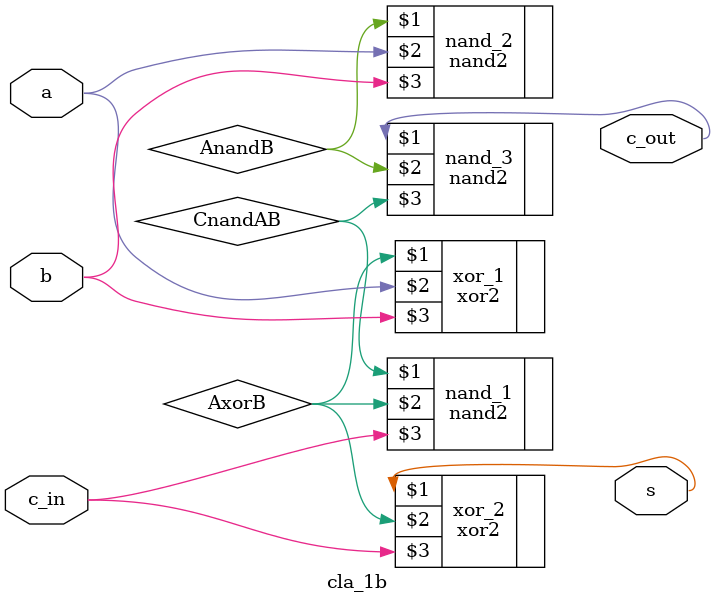
<source format=v>
/* 
    Author          : Abhinav Nandwani, Anna Huang
    Filename        : cla_1b.v
    Description     : 1 bit adder, used by cla_4b.v to perform addition. 
*/
module cla_1b(s, c_out, a, b, c_in);
    output  s;
    output c_out;
	input   a, b;
    input  c_in;

    // YOUR CODE HERE
    xor2 xor_1(AxorB, a, b);
    xor2 xor_2(s, AxorB, c_in);
    nand2 nand_1(CnandAB, AxorB, c_in);
    nand2 nand_2(AnandB, a, b);
    nand2 nand_3(c_out, AnandB, CnandAB);
    
endmodule

</source>
